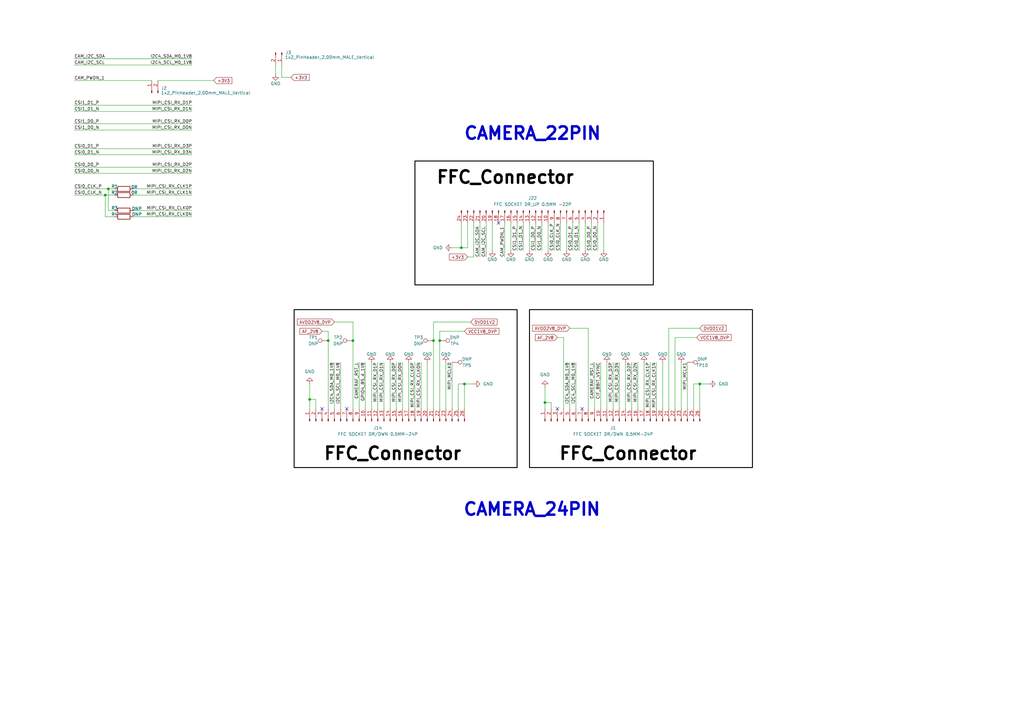
<source format=kicad_sch>
(kicad_sch (version 20250114) (generator "eeschema") (generator_version "9.0")
  (paper "A3")
  (lib_symbols
    (symbol "Conn_01x02_Pin_1" (pin_names (offset 1.016) (hide yes))
      (property "Reference" "J3" (at 0 1.524 90))
      (property "Value" "Barrel_Jack" (at 1.9049 1.27 90))
      (symbol "Conn_01x02_Pin_1_1_1"
        (rectangle (start 0.8636 0.127) (end 0 -0.127) (stroke (width 0.1524)) (fill (type outline)))
        (rectangle (start 0.8636 -2.413) (end 0 -2.667) (stroke (width 0.1524)) (fill (type outline)))
        (polyline (pts (xy 1.27 0) (xy 0.8636 0)) (stroke (width 0.1524)))
        (polyline (pts (xy 1.27 -2.54) (xy 0.8636 -2.54)) (stroke (width 0.1524)))
        (pin passive line (at 5.08 0 180) (length 3.81) (name "Pin_1") (number "1"))
        (pin passive line (at 5.08 -2.54 180) (length 3.81) (name "Pin_2") (number "2"))
      )
    )
    (symbol "Conn_01x30_Pin_4" (pin_names (offset 1.016) (hide yes))
      (property "Reference" "J14" (at -2.794 7.62 90))
      (property "Value" "Conn_01x30_Pin" (at -5.334 7.62 90))
      (symbol "Conn_01x30_Pin_4_1_1"
        (rectangle (start 0.8636 35.687) (end 0 35.433) (stroke (width 0.1524)) (fill (type outline)))
        (rectangle (start 0.8636 33.147) (end 0 32.893) (stroke (width 0.1524)) (fill (type outline)))
        (rectangle (start 0.8636 30.607) (end 0 30.353) (stroke (width 0.1524)) (fill (type outline)))
        (rectangle (start 0.8636 28.067) (end 0 27.813) (stroke (width 0.1524)) (fill (type outline)))
        (rectangle (start 0.8636 25.527) (end 0 25.273) (stroke (width 0.1524)) (fill (type outline)))
        (rectangle (start 0.8636 22.987) (end 0 22.733) (stroke (width 0.1524)) (fill (type outline)))
        (rectangle (start 0.8636 20.447) (end 0 20.193) (stroke (width 0.1524)) (fill (type outline)))
        (rectangle (start 0.8636 17.907) (end 0 17.653) (stroke (width 0.1524)) (fill (type outline)))
        (rectangle (start 0.8636 15.367) (end 0 15.113) (stroke (width 0.1524)) (fill (type outline)))
        (rectangle (start 0.8636 12.827) (end 0 12.573) (stroke (width 0.1524)) (fill (type outline)))
        (rectangle (start 0.8636 10.287) (end 0 10.033) (stroke (width 0.1524)) (fill (type outline)))
        (rectangle (start 0.8636 7.747) (end 0 7.493) (stroke (width 0.1524)) (fill (type outline)))
        (rectangle (start 0.8636 5.207) (end 0 4.953) (stroke (width 0.1524)) (fill (type outline)))
        (rectangle (start 0.8636 2.667) (end 0 2.413) (stroke (width 0.1524)) (fill (type outline)))
        (rectangle (start 0.8636 0.127) (end 0 -0.127) (stroke (width 0.1524)) (fill (type outline)))
        (rectangle (start 0.8636 -2.413) (end 0 -2.667) (stroke (width 0.1524)) (fill (type outline)))
        (rectangle (start 0.8636 -4.953) (end 0 -5.207) (stroke (width 0.1524)) (fill (type outline)))
        (rectangle (start 0.8636 -7.493) (end 0 -7.747) (stroke (width 0.1524)) (fill (type outline)))
        (rectangle (start 0.8636 -10.033) (end 0 -10.287) (stroke (width 0.1524)) (fill (type outline)))
        (rectangle (start 0.8636 -12.573) (end 0 -12.827) (stroke (width 0.1524)) (fill (type outline)))
        (rectangle (start 0.8636 -15.113) (end 0 -15.367) (stroke (width 0.1524)) (fill (type outline)))
        (rectangle (start 0.8636 -17.653) (end 0 -17.907) (stroke (width 0.1524)) (fill (type outline)))
        (rectangle (start 0.8636 -20.193) (end 0 -20.447) (stroke (width 0.1524)) (fill (type outline)))
        (rectangle (start 0.8636 -22.733) (end 0 -22.987) (stroke (width 0.1524)) (fill (type outline)))
        (rectangle (start 0.8636 -25.273) (end 0 -25.527) (stroke (width 0.1524)) (fill (type outline)))
        (rectangle (start 0.8636 -27.813) (end 0 -28.067) (stroke (width 0.1524)) (fill (type outline)))
        (polyline (pts (xy 1.27 35.56) (xy 0.8636 35.56)) (stroke (width 0.1524)))
        (polyline (pts (xy 1.27 33.02) (xy 0.8636 33.02)) (stroke (width 0.1524)))
        (polyline (pts (xy 1.27 30.48) (xy 0.8636 30.48)) (stroke (width 0.1524)))
        (polyline (pts (xy 1.27 27.94) (xy 0.8636 27.94)) (stroke (width 0.1524)))
        (polyline (pts (xy 1.27 25.4) (xy 0.8636 25.4)) (stroke (width 0.1524)))
        (polyline (pts (xy 1.27 22.86) (xy 0.8636 22.86)) (stroke (width 0.1524)))
        (polyline (pts (xy 1.27 20.32) (xy 0.8636 20.32)) (stroke (width 0.1524)))
        (polyline (pts (xy 1.27 17.78) (xy 0.8636 17.78)) (stroke (width 0.1524)))
        (polyline (pts (xy 1.27 15.24) (xy 0.8636 15.24)) (stroke (width 0.1524)))
        (polyline (pts (xy 1.27 12.7) (xy 0.8636 12.7)) (stroke (width 0.1524)))
        (polyline (pts (xy 1.27 10.16) (xy 0.8636 10.16)) (stroke (width 0.1524)))
        (polyline (pts (xy 1.27 7.62) (xy 0.8636 7.62)) (stroke (width 0.1524)))
        (polyline (pts (xy 1.27 5.08) (xy 0.8636 5.08)) (stroke (width 0.1524)))
        (polyline (pts (xy 1.27 2.54) (xy 0.8636 2.54)) (stroke (width 0.1524)))
        (polyline (pts (xy 1.27 0) (xy 0.8636 0)) (stroke (width 0.1524)))
        (polyline (pts (xy 1.27 -2.54) (xy 0.8636 -2.54)) (stroke (width 0.1524)))
        (polyline (pts (xy 1.27 -5.08) (xy 0.8636 -5.08)) (stroke (width 0.1524)))
        (polyline (pts (xy 1.27 -7.62) (xy 0.8636 -7.62)) (stroke (width 0.1524)))
        (polyline (pts (xy 1.27 -10.16) (xy 0.8636 -10.16)) (stroke (width 0.1524)))
        (polyline (pts (xy 1.27 -12.7) (xy 0.8636 -12.7)) (stroke (width 0.1524)))
        (polyline (pts (xy 1.27 -15.24) (xy 0.8636 -15.24)) (stroke (width 0.1524)))
        (polyline (pts (xy 1.27 -17.78) (xy 0.8636 -17.78)) (stroke (width 0.1524)))
        (polyline (pts (xy 1.27 -20.32) (xy 0.8636 -20.32)) (stroke (width 0.1524)))
        (polyline (pts (xy 1.27 -22.86) (xy 0.8636 -22.86)) (stroke (width 0.1524)))
        (polyline (pts (xy 1.27 -27.94) (xy 0.8636 -27.94)) (stroke (width 0.1524)))
        (pin passive line (at 5.08 35.56 180) (length 3.81) (name "Pin_1") (number "1"))
        (pin passive line (at 5.08 33.02 180) (length 3.81) (name "Pin_2") (number "2"))
        (pin passive line (at 5.08 30.48 180) (length 3.81) (name "Pin_3") (number "3"))
        (pin passive line (at 5.08 27.94 180) (length 3.81) (name "Pin_4") (number "4"))
        (pin passive line (at 5.08 25.4 180) (length 3.81) (name "Pin_5") (number "5"))
        (pin passive line (at 5.08 22.86 180) (length 3.81) (name "Pin_6") (number "6"))
        (pin passive line (at 5.08 20.32 180) (length 3.81) (name "Pin_7") (number "7"))
        (pin passive line (at 5.08 17.78 180) (length 3.81) (name "Pin_8") (number "8"))
        (pin passive line (at 5.08 15.24 180) (length 3.81) (name "Pin_9") (number "9"))
        (pin passive line (at 5.08 12.7 180) (length 3.81) (name "Pin_10") (number "10"))
        (pin passive line (at 5.08 10.16 180) (length 3.81) (name "Pin_11") (number "11"))
        (pin passive line (at 5.08 7.62 180) (length 3.81) (name "Pin_12") (number "12"))
        (pin passive line (at 5.08 5.08 180) (length 3.81) (name "Pin_13") (number "13"))
        (pin passive line (at 5.08 2.54 180) (length 3.81) (name "Pin_14") (number "14"))
        (pin passive line (at 5.08 0 180) (length 3.81) (name "Pin_15") (number "15"))
        (pin passive line (at 5.08 -2.54 180) (length 3.81) (name "Pin_16") (number "16"))
        (pin passive line (at 5.08 -5.08 180) (length 3.81) (name "Pin_17") (number "17"))
        (pin passive line (at 5.08 -7.62 180) (length 3.81) (name "Pin_18") (number "18"))
        (pin passive line (at 5.08 -10.16 180) (length 3.81) (name "Pin_19") (number "19"))
        (pin passive line (at 5.08 -12.7 180) (length 3.81) (name "Pin_20") (number "20"))
        (pin passive line (at 5.08 -15.24 180) (length 3.81) (name "Pin_21") (number "21"))
        (pin passive line (at 5.08 -17.78 180) (length 3.81) (name "Pin_22") (number "22"))
        (pin passive line (at 5.08 -20.32 180) (length 3.81) (name "Pin_23") (number "23"))
        (pin passive line (at 5.08 -22.86 180) (length 3.81) (name "Pin_24") (number "24"))
        (pin passive line (at 5.08 -25.4 180) (length 3.81) (name "Pin_23") (number "25"))
        (pin passive line (at 5.08 -27.94 180) (length 3.81) (name "Pin_24") (number "26"))
      )
    )
    (symbol "Conn_01x30_Pin_8" (pin_names (offset 1.016) (hide yes))
      (property "Reference" "J22" (at -2.54 -1.27 90))
      (property "Value" "FFC SOCKET DR/DWN 0.5MM-30P" (at -5.08 -1.27 90))
      (symbol "Conn_01x30_Pin_8_1_1"
        (rectangle (start 0.8636 35.687) (end 0 35.433) (stroke (width 0.1524)) (fill (type outline)))
        (rectangle (start 0.8636 33.147) (end 0 32.893) (stroke (width 0.1524)) (fill (type outline)))
        (rectangle (start 0.8636 30.607) (end 0 30.353) (stroke (width 0.1524)) (fill (type outline)))
        (rectangle (start 0.8636 28.067) (end 0 27.813) (stroke (width 0.1524)) (fill (type outline)))
        (rectangle (start 0.8636 25.527) (end 0 25.273) (stroke (width 0.1524)) (fill (type outline)))
        (rectangle (start 0.8636 22.987) (end 0 22.733) (stroke (width 0.1524)) (fill (type outline)))
        (rectangle (start 0.8636 20.447) (end 0 20.193) (stroke (width 0.1524)) (fill (type outline)))
        (rectangle (start 0.8636 17.907) (end 0 17.653) (stroke (width 0.1524)) (fill (type outline)))
        (rectangle (start 0.8636 15.367) (end 0 15.113) (stroke (width 0.1524)) (fill (type outline)))
        (rectangle (start 0.8636 12.827) (end 0 12.573) (stroke (width 0.1524)) (fill (type outline)))
        (rectangle (start 0.8636 10.287) (end 0 10.033) (stroke (width 0.1524)) (fill (type outline)))
        (rectangle (start 0.8636 7.747) (end 0 7.493) (stroke (width 0.1524)) (fill (type outline)))
        (rectangle (start 0.8636 5.207) (end 0 4.953) (stroke (width 0.1524)) (fill (type outline)))
        (rectangle (start 0.8636 2.667) (end 0 2.413) (stroke (width 0.1524)) (fill (type outline)))
        (rectangle (start 0.8636 0.127) (end 0 -0.127) (stroke (width 0.1524)) (fill (type outline)))
        (rectangle (start 0.8636 -2.413) (end 0 -2.667) (stroke (width 0.1524)) (fill (type outline)))
        (rectangle (start 0.8636 -4.953) (end 0 -5.207) (stroke (width 0.1524)) (fill (type outline)))
        (rectangle (start 0.8636 -7.493) (end 0 -7.747) (stroke (width 0.1524)) (fill (type outline)))
        (rectangle (start 0.8636 -10.033) (end 0 -10.287) (stroke (width 0.1524)) (fill (type outline)))
        (rectangle (start 0.8636 -12.573) (end 0 -12.827) (stroke (width 0.1524)) (fill (type outline)))
        (rectangle (start 0.8636 -15.113) (end 0 -15.367) (stroke (width 0.1524)) (fill (type outline)))
        (rectangle (start 0.8636 -17.653) (end 0 -17.907) (stroke (width 0.1524)) (fill (type outline)))
        (rectangle (start 0.8636 -20.193) (end 0 -20.447) (stroke (width 0.1524)) (fill (type outline)))
        (rectangle (start 0.8636 -22.733) (end 0 -22.987) (stroke (width 0.1524)) (fill (type outline)))
        (polyline (pts (xy 1.27 35.56) (xy 0.8636 35.56)) (stroke (width 0.1524)))
        (polyline (pts (xy 1.27 33.02) (xy 0.8636 33.02)) (stroke (width 0.1524)))
        (polyline (pts (xy 1.27 30.48) (xy 0.8636 30.48)) (stroke (width 0.1524)))
        (polyline (pts (xy 1.27 27.94) (xy 0.8636 27.94)) (stroke (width 0.1524)))
        (polyline (pts (xy 1.27 25.4) (xy 0.8636 25.4)) (stroke (width 0.1524)))
        (polyline (pts (xy 1.27 22.86) (xy 0.8636 22.86)) (stroke (width 0.1524)))
        (polyline (pts (xy 1.27 20.32) (xy 0.8636 20.32)) (stroke (width 0.1524)))
        (polyline (pts (xy 1.27 17.78) (xy 0.8636 17.78)) (stroke (width 0.1524)))
        (polyline (pts (xy 1.27 15.24) (xy 0.8636 15.24)) (stroke (width 0.1524)))
        (polyline (pts (xy 1.27 12.7) (xy 0.8636 12.7)) (stroke (width 0.1524)))
        (polyline (pts (xy 1.27 10.16) (xy 0.8636 10.16)) (stroke (width 0.1524)))
        (polyline (pts (xy 1.27 7.62) (xy 0.8636 7.62)) (stroke (width 0.1524)))
        (polyline (pts (xy 1.27 5.08) (xy 0.8636 5.08)) (stroke (width 0.1524)))
        (polyline (pts (xy 1.27 2.54) (xy 0.8636 2.54)) (stroke (width 0.1524)))
        (polyline (pts (xy 1.27 0) (xy 0.8636 0)) (stroke (width 0.1524)))
        (polyline (pts (xy 1.27 -2.54) (xy 0.8636 -2.54)) (stroke (width 0.1524)))
        (polyline (pts (xy 1.27 -5.08) (xy 0.8636 -5.08)) (stroke (width 0.1524)))
        (polyline (pts (xy 1.27 -7.62) (xy 0.8636 -7.62)) (stroke (width 0.1524)))
        (polyline (pts (xy 1.27 -10.16) (xy 0.8636 -10.16)) (stroke (width 0.1524)))
        (polyline (pts (xy 1.27 -12.7) (xy 0.8636 -12.7)) (stroke (width 0.1524)))
        (polyline (pts (xy 1.27 -15.24) (xy 0.8636 -15.24)) (stroke (width 0.1524)))
        (polyline (pts (xy 1.27 -17.78) (xy 0.8636 -17.78)) (stroke (width 0.1524)))
        (polyline (pts (xy 1.27 -20.32) (xy 0.8636 -20.32)) (stroke (width 0.1524)))
        (polyline (pts (xy 1.27 -22.86) (xy 0.8636 -22.86)) (stroke (width 0.1524)))
        (pin passive line (at 5.08 35.56 180) (length 3.81) (name "Pin_1") (number "1"))
        (pin passive line (at 5.08 33.02 180) (length 3.81) (name "Pin_2") (number "2"))
        (pin passive line (at 5.08 30.48 180) (length 3.81) (name "Pin_3") (number "3"))
        (pin passive line (at 5.08 27.94 180) (length 3.81) (name "Pin_4") (number "4"))
        (pin passive line (at 5.08 25.4 180) (length 3.81) (name "Pin_5") (number "5"))
        (pin passive line (at 5.08 22.86 180) (length 3.81) (name "Pin_6") (number "6"))
        (pin passive line (at 5.08 20.32 180) (length 3.81) (name "Pin_7") (number "7"))
        (pin passive line (at 5.08 17.78 180) (length 3.81) (name "Pin_8") (number "8"))
        (pin passive line (at 5.08 15.24 180) (length 3.81) (name "Pin_9") (number "9"))
        (pin passive line (at 5.08 12.7 180) (length 3.81) (name "Pin_10") (number "10"))
        (pin passive line (at 5.08 10.16 180) (length 3.81) (name "Pin_11") (number "11"))
        (pin passive line (at 5.08 7.62 180) (length 3.81) (name "Pin_12") (number "12"))
        (pin passive line (at 5.08 5.08 180) (length 3.81) (name "Pin_13") (number "13"))
        (pin passive line (at 5.08 2.54 180) (length 3.81) (name "Pin_14") (number "14"))
        (pin passive line (at 5.08 0 180) (length 3.81) (name "Pin_15") (number "15"))
        (pin passive line (at 5.08 -2.54 180) (length 3.81) (name "Pin_16") (number "16"))
        (pin passive line (at 5.08 -5.08 180) (length 3.81) (name "Pin_17") (number "17"))
        (pin passive line (at 5.08 -7.62 180) (length 3.81) (name "Pin_18") (number "18"))
        (pin passive line (at 5.08 -10.16 180) (length 3.81) (name "Pin_19") (number "19"))
        (pin passive line (at 5.08 -12.7 180) (length 3.81) (name "Pin_20") (number "20"))
        (pin passive line (at 5.08 -15.24 180) (length 3.81) (name "Pin_21") (number "21"))
        (pin passive line (at 5.08 -17.78 180) (length 3.81) (name "Pin_22") (number "22"))
        (pin passive line (at 5.08 -20.32 180) (length 3.81) (name "Pin_23") (number "23"))
        (pin passive line (at 5.08 -22.86 180) (length 3.81) (name "Pin_24") (number "24"))
      )
    )
    (symbol "Connector:Conn_01x02_Pin" (pin_names (offset 1.016) (hide yes))
      (property "Reference" "J" (at 0 2.54 0))
      (property "Value" "Conn_01x02_Pin" (at 0 -5.08 0))
      (symbol "Conn_01x02_Pin_1_1"
        (rectangle (start 0.8636 0.127) (end 0 -0.127) (stroke (width 0.1524)) (fill (type outline)))
        (rectangle (start 0.8636 -2.413) (end 0 -2.667) (stroke (width 0.1524)) (fill (type outline)))
        (polyline (pts (xy 1.27 0) (xy 0.8636 0)) (stroke (width 0.1524)))
        (polyline (pts (xy 1.27 -2.54) (xy 0.8636 -2.54)) (stroke (width 0.1524)))
        (pin passive line (at 5.08 0 180) (length 3.81) (name "Pin_1") (number "1"))
        (pin passive line (at 5.08 -2.54 180) (length 3.81) (name "Pin_2") (number "2"))
      )
    )
    (symbol "Connector:TestPoint" (pin_numbers (hide yes)) (pin_names (offset 0.762) (hide yes))
      (property "Reference" "TP" (at 0 6.858 0))
      (property "Value" "TestPoint" (at 0 5.08 0))
      (symbol "TestPoint_0_1"
        (circle (center 0 3.302) (radius 0.762))
      )
      (symbol "TestPoint_1_1"
        (pin passive line (at 0 0 90) (length 2.54) (name "1") (number "1"))
      )
    )
    (symbol "Device:R" (pin_numbers (hide yes)) (pin_names (offset 0))
      (property "Reference" "R" (at 2.032 0 90))
      (property "Value" "R" (at 0 0 90))
      (symbol "R_0_1"
        (rectangle (start -1.016 -2.54) (end 1.016 2.54) (stroke (width 0.254)))
      )
      (symbol "R_1_1"
        (pin passive line (at 0 3.81 270) (length 1.27) (name "~") (number "1"))
        (pin passive line (at 0 -3.81 90) (length 1.27) (name "~") (number "2"))
      )
    )
    (symbol "power:GND" (power) (pin_names (offset 0))
      (property "Value" "GND" (at 0 -3.81 0))
      (symbol "GND_0_1"
        (polyline (pts (xy 0 0) (xy 0 -1.27) (xy 1.27 -1.27) (xy 0 -2.54) (xy -1.27 -1.27) (xy 0 -1.27)))
      )
      (symbol "GND_1_1"
        (pin power_in line (at 0 0 270) (length 0) (hide yes) (name "GND") (number "1"))
      )
    )
  )
  (rectangle (start 170.18 66.04) (end 267.97 116.84) (stroke (width 0.381) (color 0 0 0 1)))
  (rectangle (start 120.65 127) (end 212.09 191.77) (stroke (width 0.381) (color 0 0 0 1)))
  (rectangle (start 217.17 127) (end 308.61 191.77) (stroke (width 0.381) (color 0 0 0 1)))
  (text "CAMERA_24PIN" (at 218.186 209.042 0) (effects (font (size 5.08 5.08) (bold yes))))
  (text "FFC_Connector" (at 207.264 72.898 0) (effects (font (size 5.08 5.08) (bold yes))))
  (text "FFC_Connector" (at 257.556 186.182 0) (effects (font (size 5.08 5.08) (bold yes))))
  (text "CAMERA_22PIN" (at 218.44 54.864 0) (effects (font (size 5.08 5.08) (bold yes))))
  (text "FFC_Connector" (at 161.036 186.182 0) (effects (font (size 5.08 5.08) (bold yes))))
  (junction (at 134.62 139.7))
  (junction (at 43.18 80.01))
  (junction (at 223.52 165.1))
  (junction (at 144.78 139.7))
  (junction (at 127 163.83))
  (junction (at 287.02 157.48))
  (junction (at 44.45 77.47))
  (junction (at 189.23 101.6))
  (junction (at 180.34 139.7))
  (junction (at 190.5 157.48))
  (junction (at 177.8 139.7))
  (no_connect (at 132.08 167.64))
  (no_connect (at 204.47 91.44))
  (no_connect (at 238.76 167.64))
  (no_connect (at 142.24 167.64))
  (no_connect (at 228.6 167.64))
  (wire (pts (xy 152.4 148.59) (xy 152.4 167.64)))
  (wire (pts (xy 248.92 148.59) (xy 248.92 167.64)))
  (wire (pts (xy 285.75 138.43) (xy 276.86 138.43)))
  (wire (pts (xy 245.11 102.87) (xy 245.11 91.44)))
  (wire (pts (xy 193.04 132.08) (xy 177.8 132.08)))
  (wire (pts (xy 207.01 105.41) (xy 207.01 91.44)))
  (wire (pts (xy 154.94 148.59) (xy 154.94 167.64)))
  (wire (pts (xy 217.17 102.87) (xy 217.17 91.44)))
  (wire (pts (xy 30.48 63.5) (xy 78.74 63.5)))
  (wire (pts (xy 177.8 132.08) (xy 177.8 139.7)))
  (wire (pts (xy 157.48 148.59) (xy 157.48 167.64)))
  (wire (pts (xy 232.41 102.87) (xy 232.41 91.44)))
  (wire (pts (xy 144.78 139.7) (xy 144.78 167.64)))
  (wire (pts (xy 113.03 26.67) (xy 113.03 30.48)))
  (wire (pts (xy 30.48 77.47) (xy 44.45 77.47)))
  (wire (pts (xy 30.48 60.96) (xy 78.74 60.96)))
  (wire (pts (xy 160.02 148.59) (xy 160.02 167.64)))
  (wire (pts (xy 44.45 77.47) (xy 44.45 86.36)))
  (wire (pts (xy 185.42 101.6) (xy 189.23 101.6)))
  (wire (pts (xy 229.87 102.87) (xy 229.87 91.44)))
  (wire (pts (xy 187.96 157.48) (xy 190.5 157.48)))
  (wire (pts (xy 240.03 102.87) (xy 240.03 91.44)))
  (wire (pts (xy 43.18 88.9) (xy 46.99 88.9)))
  (wire (pts (xy 30.48 43.18) (xy 78.74 43.18)))
  (wire (pts (xy 209.55 102.87) (xy 209.55 91.44)))
  (wire (pts (xy 237.49 102.87) (xy 237.49 91.44)))
  (wire (pts (xy 134.62 139.7) (xy 134.62 167.64)))
  (wire (pts (xy 167.64 148.59) (xy 167.64 167.64)))
  (wire (pts (xy 43.18 80.01) (xy 46.99 80.01)))
  (wire (pts (xy 234.95 102.87) (xy 234.95 91.44)))
  (wire (pts (xy 191.77 101.6) (xy 191.77 91.44)))
  (wire (pts (xy 30.48 24.13) (xy 78.74 24.13)))
  (wire (pts (xy 201.93 102.87) (xy 201.93 91.44)))
  (wire (pts (xy 231.14 138.43) (xy 231.14 167.64)))
  (wire (pts (xy 149.86 148.59) (xy 149.86 167.64)))
  (wire (pts (xy 119.38 31.75) (xy 115.57 31.75)))
  (wire (pts (xy 64.77 33.02) (xy 87.63 33.02)))
  (wire (pts (xy 243.84 148.59) (xy 243.84 167.64)))
  (wire (pts (xy 189.23 101.6) (xy 189.23 91.44)))
  (wire (pts (xy 144.78 132.08) (xy 144.78 139.7)))
  (wire (pts (xy 165.1 148.59) (xy 165.1 167.64)))
  (wire (pts (xy 182.88 148.59) (xy 182.88 167.64)))
  (wire (pts (xy 170.18 148.59) (xy 170.18 167.64)))
  (wire (pts (xy 254 148.59) (xy 254 167.64)))
  (wire (pts (xy 127 163.83) (xy 127 167.64)))
  (wire (pts (xy 175.26 148.59) (xy 175.26 167.64)))
  (wire (pts (xy 187.96 157.48) (xy 187.96 167.64)))
  (wire (pts (xy 214.63 102.87) (xy 214.63 91.44)))
  (wire (pts (xy 44.45 77.47) (xy 46.99 77.47)))
  (wire (pts (xy 78.74 50.8) (xy 30.48 50.8)))
  (wire (pts (xy 180.34 139.7) (xy 180.34 167.64)))
  (wire (pts (xy 287.02 134.62) (xy 274.32 134.62)))
  (wire (pts (xy 78.74 53.34) (xy 30.48 53.34)))
  (wire (pts (xy 132.08 135.89) (xy 134.62 135.89)))
  (wire (pts (xy 247.65 91.44) (xy 247.65 102.87)))
  (wire (pts (xy 139.7 148.59) (xy 139.7 167.64)))
  (wire (pts (xy 266.7 148.59) (xy 266.7 167.64)))
  (wire (pts (xy 199.39 105.41) (xy 199.39 91.44)))
  (wire (pts (xy 54.61 88.9) (xy 78.74 88.9)))
  (wire (pts (xy 127 157.48) (xy 127 163.83)))
  (wire (pts (xy 129.54 163.83) (xy 129.54 167.64)))
  (wire (pts (xy 194.31 105.41) (xy 194.31 91.44)))
  (wire (pts (xy 134.62 135.89) (xy 134.62 139.7)))
  (wire (pts (xy 241.3 134.62) (xy 241.3 167.64)))
  (wire (pts (xy 222.25 102.87) (xy 222.25 91.44)))
  (wire (pts (xy 190.5 157.48) (xy 190.5 167.64)))
  (wire (pts (xy 191.77 101.6) (xy 189.23 101.6)))
  (wire (pts (xy 264.16 148.59) (xy 264.16 167.64)))
  (wire (pts (xy 30.48 26.67) (xy 78.74 26.67)))
  (wire (pts (xy 242.57 102.87) (xy 242.57 91.44)))
  (wire (pts (xy 194.31 157.48) (xy 190.5 157.48)))
  (wire (pts (xy 261.62 148.59) (xy 261.62 167.64)))
  (wire (pts (xy 279.4 148.59) (xy 279.4 167.64)))
  (wire (pts (xy 54.61 80.01) (xy 78.74 80.01)))
  (wire (pts (xy 30.48 45.72) (xy 78.74 45.72)))
  (wire (pts (xy 290.83 157.48) (xy 287.02 157.48)))
  (wire (pts (xy 274.32 134.62) (xy 274.32 167.64)))
  (wire (pts (xy 281.94 148.59) (xy 281.94 167.64)))
  (wire (pts (xy 251.46 148.59) (xy 251.46 167.64)))
  (wire (pts (xy 223.52 165.1) (xy 223.52 167.64)))
  (wire (pts (xy 233.68 148.59) (xy 233.68 167.64)))
  (wire (pts (xy 190.5 135.89) (xy 180.34 135.89)))
  (wire (pts (xy 259.08 148.59) (xy 259.08 167.64)))
  (wire (pts (xy 162.56 148.59) (xy 162.56 167.64)))
  (wire (pts (xy 226.06 165.1) (xy 226.06 167.64)))
  (wire (pts (xy 196.85 105.41) (xy 196.85 91.44)))
  (wire (pts (xy 127 163.83) (xy 129.54 163.83)))
  (wire (pts (xy 115.57 31.75) (xy 115.57 26.67)))
  (wire (pts (xy 30.48 71.12) (xy 78.74 71.12)))
  (wire (pts (xy 185.42 148.59) (xy 185.42 167.64)))
  (wire (pts (xy 172.72 148.59) (xy 172.72 167.64)))
  (wire (pts (xy 224.79 102.87) (xy 224.79 91.44)))
  (wire (pts (xy 223.52 165.1) (xy 226.06 165.1)))
  (wire (pts (xy 256.54 148.59) (xy 256.54 167.64)))
  (wire (pts (xy 30.48 68.58) (xy 78.74 68.58)))
  (wire (pts (xy 191.77 105.41) (xy 194.31 105.41)))
  (wire (pts (xy 246.38 148.59) (xy 246.38 167.64)))
  (wire (pts (xy 269.24 148.59) (xy 269.24 167.64)))
  (wire (pts (xy 137.16 148.59) (xy 137.16 167.64)))
  (wire (pts (xy 287.02 157.48) (xy 287.02 167.64)))
  (wire (pts (xy 284.48 157.48) (xy 287.02 157.48)))
  (wire (pts (xy 30.48 80.01) (xy 43.18 80.01)))
  (wire (pts (xy 236.22 148.59) (xy 236.22 167.64)))
  (wire (pts (xy 212.09 102.87) (xy 212.09 91.44)))
  (wire (pts (xy 271.78 148.59) (xy 271.78 167.64)))
  (wire (pts (xy 177.8 139.7) (xy 177.8 167.64)))
  (wire (pts (xy 43.18 80.01) (xy 43.18 88.9)))
  (wire (pts (xy 223.52 158.75) (xy 223.52 165.1)))
  (wire (pts (xy 219.71 102.87) (xy 219.71 91.44)))
  (wire (pts (xy 284.48 157.48) (xy 284.48 167.64)))
  (wire (pts (xy 227.33 102.87) (xy 227.33 91.44)))
  (wire (pts (xy 233.68 134.62) (xy 241.3 134.62)))
  (wire (pts (xy 276.86 138.43) (xy 276.86 167.64)))
  (wire (pts (xy 44.45 86.36) (xy 46.99 86.36)))
  (wire (pts (xy 228.6 138.43) (xy 231.14 138.43)))
  (wire (pts (xy 137.16 132.08) (xy 144.78 132.08)))
  (wire (pts (xy 54.61 77.47) (xy 78.74 77.47)))
  (wire (pts (xy 147.32 148.59) (xy 147.32 167.64)))
  (wire (pts (xy 30.48 33.02) (xy 62.23 33.02)))
  (wire (pts (xy 54.61 86.36) (xy 78.74 86.36)))
  (wire (pts (xy 180.34 135.89) (xy 180.34 139.7)))
  (label "MIPI_CSI_RX_D2P" (at 259.08 148.59 270))
  (label "CAM_PWDN_1" (at 207.01 105.41 90))
  (label "MIPI_CSI_RX_CLK0P" (at 170.18 148.59 270))
  (label "CSI0_CLK_N" (at 229.87 102.87 90))
  (label "MIPI_CSI_RX_D0P" (at 162.56 148.59 270))
  (label "MIPI_MCLK1" (at 281.94 148.59 270))
  (label "MIPI_CSI_RX_CLK1P" (at 78.74 77.47 180))
  (label "CAM_I2C_SDA" (at 30.48 24.13 0))
  (label "MIPI_CSI_RX_D0N" (at 78.74 53.34 180))
  (label "CSI0_CLK_P" (at 227.33 102.87 90))
  (label "CAM_I2C_SCL" (at 30.48 26.67 0))
  (label "I2C4_SCL_M0_1V8" (at 139.7 148.59 270))
  (label "MIPI_CSI_RX_CLK1N" (at 269.24 148.59 270))
  (label "MIPI_CSI_RX_D1N" (at 157.48 148.59 270))
  (label "MIPI_CSI_RX_CLK1P" (at 266.7 148.59 270))
  (label "CSI1_D0_P" (at 30.48 50.8 0))
  (label "CSI1_D0_N" (at 222.25 102.87 90))
  (label "MIPI_CSI_RX_CLK0N" (at 78.74 88.9 180))
  (label "CSI1_D0_N" (at 30.48 53.34 0))
  (label "CAMERAF_RST_L" (at 243.84 148.59 270))
  (label "MIPI_CSI_RX_CLK1N" (at 78.74 80.01 180))
  (label "MIPI_CSI_RX_D1N" (at 78.74 45.72 180))
  (label "CSI1_D1_P" (at 212.09 102.87 90))
  (label "CSI0_D0_N" (at 245.11 102.87 90))
  (label "CSI0_D1_N" (at 237.49 102.87 90))
  (label "CSI0_D0_P" (at 30.48 68.58 0))
  (label "CAM_I2C_SDA" (at 196.85 105.41 90))
  (label "MIPI_MCLK0" (at 185.42 148.59 270))
  (label "I2C4_SCL_M0_1V8" (at 236.22 148.59 270))
  (label "MIPI_CSI_RX_D2N" (at 78.74 71.12 180))
  (label "CSI0_D1_P" (at 234.95 102.87 90))
  (label "MIPI_CSI_RX_D2N" (at 261.62 148.59 270))
  (label "MIPI_CSI_RX_D3N" (at 254 148.59 270))
  (label "CSI0_D1_P" (at 30.48 60.96 0))
  (label "CAM_I2C_SCL" (at 199.39 105.41 90))
  (label "CSI0_D0_P" (at 242.57 102.87 90))
  (label "MIPI_CSI_RX_D1P" (at 154.94 148.59 270))
  (label "CSI0_CLK_P" (at 30.48 77.47 0))
  (label "I2C4_SDA_M0_1V8" (at 78.74 24.13 180))
  (label "GPIO4_B5_d_1V8" (at 149.86 148.59 270))
  (label "MIPI_CSI_RX_D1P" (at 78.74 43.18 180))
  (label "MIPI_CSI_RX_CLK0N" (at 172.72 148.59 270))
  (label "CSI1_D1_N" (at 30.48 45.72 0))
  (label "CSI0_D1_N" (at 30.48 63.5 0))
  (label "CIF_8BIT_VSYNC" (at 246.38 148.59 270))
  (label "CSI0_D0_N" (at 30.48 71.12 0))
  (label "CSI1_D0_P" (at 219.71 102.87 90))
  (label "CAMERAF_RST_L" (at 147.32 148.59 270))
  (label "MIPI_CSI_RX_CLK0P" (at 78.74 86.36 180))
  (label "CAM_PWDN_1" (at 30.48 33.02 0))
  (label "MIPI_CSI_RX_D3P" (at 78.74 60.96 180))
  (label "I2C4_SDA_M0_1V8" (at 233.68 148.59 270))
  (label "MIPI_CSI_RX_D3P" (at 251.46 148.59 270))
  (label "I2C4_SCL_M0_1V8" (at 78.74 26.67 180))
  (label "CSI1_D1_P" (at 30.48 43.18 0))
  (label "CSI1_D1_N" (at 214.63 102.87 90))
  (label "I2C4_SDA_M0_1V8" (at 137.16 148.59 270))
  (label "MIPI_CSI_RX_D2P" (at 78.74 68.58 180))
  (label "MIPI_CSI_RX_D0P" (at 78.74 50.8 180))
  (label "MIPI_CSI_RX_D0N" (at 165.1 148.59 270))
  (label "MIPI_CSI_RX_D3N" (at 78.74 63.5 180))
  (label "CSI0_CLK_N" (at 30.48 80.01 0))
  (global_label "AVDD2V8_DVP" (shape input) (at 233.68 134.62 180) (property "Intersheetrefs" "${INTERSHEET_REFS}" (effects (hide yes))))
  (global_label "DVDD1V2" (shape input) (at 287.02 134.62 0) (property "Intersheetrefs" "${INTERSHEET_REFS}" (effects (hide yes))))
  (global_label "+3V3" (shape input) (at 191.77 105.41 180) (property "Intersheetrefs" "${INTERSHEET_REFS}" (effects (hide yes))))
  (global_label "VCC1V8_DVP" (shape input) (at 285.75 138.43 0) (property "Intersheetrefs" "${INTERSHEET_REFS}" (effects (hide yes))))
  (global_label "VCC1V8_DVP" (shape input) (at 190.5 135.89 0) (property "Intersheetrefs" "${INTERSHEET_REFS}" (effects (hide yes))))
  (global_label "+3V3" (shape input) (at 87.63 33.02 0) (property "Intersheetrefs" "${INTERSHEET_REFS}" (effects (hide yes))))
  (global_label "AF_2V8" (shape input) (at 228.6 138.43 180) (property "Intersheetrefs" "${INTERSHEET_REFS}" (effects (hide yes))))
  (global_label "AVDD2V8_DVP" (shape input) (at 137.16 132.08 180) (property "Intersheetrefs" "${INTERSHEET_REFS}" (effects (hide yes))))
  (global_label "+3V3" (shape input) (at 119.38 31.75 0) (property "Intersheetrefs" "${INTERSHEET_REFS}" (effects (hide yes))))
  (global_label "AF_2V8" (shape input) (at 132.08 135.89 180) (property "Intersheetrefs" "${INTERSHEET_REFS}" (effects (hide yes))))
  (global_label "DVDD1V2" (shape input) (at 193.04 132.08 0) (property "Intersheetrefs" "${INTERSHEET_REFS}" (effects (hide yes))))
  (symbol (lib_name "Conn_01x30_Pin_4") (lib_id "Connector:Conn_01x30_Pin") (at 162.56 172.72 90) (unit 1)
    (property "Reference" "J14" (at 154.94 175.514 90))
    (property "Value" "FFC SOCKET DR/DWN 0.5MM-24P" (at 154.94 178.054 90))
    (property "Footprint" "Footprint Library:FFC SOCKET DRDWN 0.5MM-24P" (effects (hide yes)))
    (property "Description" "Generic connector, single row, 01x30, script generated" (effects (hide yes)))
  )
  (symbol (lib_id "Device:R") (at 50.8 86.36 90) (unit 1)
    (property "Reference" "R3" (at 46.99 85.344 90))
    (property "Value" "DNP" (at 56.134 85.598 90))
    (property "Footprint" "Resistor_SMD:R_0603_1608Metric" (effects (hide yes)))
    (property "Description" "Resistor" (effects (hide yes)))
  )
  (symbol (lib_id "power:GND") (at 223.52 158.75 180) (unit 1)
    (property "Reference" "#PWR09" (effects (hide yes)))
    (property "Value" "GND" (at 223.52 153.67 0))
    (property "Description" "Power symbol creates a global label with name \"GND\" , ground" (effects (hide yes)))
  )
  (symbol (lib_id "power:GND") (at 201.93 102.87 0) (unit 1)
    (property "Reference" "#PWR08" (effects (hide yes)))
    (property "Value" "GND" (at 201.93 106.426 0))
    (property "Description" "Power symbol creates a global label with name \"GND\" , ground" (effects (hide yes)))
  )
  (symbol (lib_id "power:GND") (at 167.64 148.59 180) (unit 1)
    (property "Reference" "#PWR013" (effects (hide yes)))
    (property "Value" "GND" (at 167.64 145.288 0))
    (property "Description" "Power symbol creates a global label with name \"GND\" , ground" (effects (hide yes)))
  )
  (symbol (lib_id "power:GND") (at 256.54 148.59 180) (unit 1)
    (property "Reference" "#PWR017" (effects (hide yes)))
    (property "Value" "GND" (at 256.54 145.288 0))
    (property "Description" "Power symbol creates a global label with name \"GND\" , ground" (effects (hide yes)))
  )
  (symbol (lib_id "power:GND") (at 232.41 102.87 0) (unit 1)
    (property "Reference" "#PWR04" (effects (hide yes)))
    (property "Value" "GND" (at 232.41 106.426 0))
    (property "Description" "Power symbol creates a global label with name \"GND\" , ground" (effects (hide yes)))
  )
  (symbol (lib_id "power:GND") (at 264.16 148.59 180) (unit 1)
    (property "Reference" "#PWR019" (effects (hide yes)))
    (property "Value" "GND" (at 264.16 145.288 0))
    (property "Description" "Power symbol creates a global label with name \"GND\" , ground" (effects (hide yes)))
  )
  (symbol (lib_id "power:GND") (at 240.03 102.87 0) (unit 1)
    (property "Reference" "#PWR02" (effects (hide yes)))
    (property "Value" "GND" (at 240.03 106.426 0))
    (property "Description" "Power symbol creates a global label with name \"GND\" , ground" (effects (hide yes)))
  )
  (symbol (lib_id "power:GND") (at 160.02 148.59 180) (unit 1)
    (property "Reference" "#PWR012" (effects (hide yes)))
    (property "Value" "GND" (at 160.02 145.288 0))
    (property "Description" "Power symbol creates a global label with name \"GND\" , ground" (effects (hide yes)))
  )
  (symbol (lib_id "power:GND") (at 279.4 148.59 180) (unit 1)
    (property "Reference" "#PWR021" (effects (hide yes)))
    (property "Value" "GND" (at 279.4 145.288 0))
    (property "Description" "Power symbol creates a global label with name \"GND\" , ground" (effects (hide yes)))
  )
  (symbol (lib_id "power:GND") (at 209.55 102.87 0) (unit 1)
    (property "Reference" "#PWR07" (effects (hide yes)))
    (property "Value" "GND" (at 209.55 106.426 0))
    (property "Description" "Power symbol creates a global label with name \"GND\" , ground" (effects (hide yes)))
  )
  (symbol (lib_id "power:GND") (at 194.31 157.48 90) (unit 1)
    (property "Reference" "#PWR03" (effects (hide yes)))
    (property "Value" "GND" (at 198.12 157.4799 90) (effects (justify right)))
    (property "Description" "Power symbol creates a global label with name \"GND\" , ground" (effects (hide yes)))
  )
  (symbol (lib_id "Device:R") (at 50.8 80.01 90) (unit 1)
    (property "Reference" "R2" (at 46.99 78.994 90))
    (property "Value" "0R" (at 55.118 78.994 90))
    (property "Footprint" "Resistor_SMD:R_0603_1608Metric" (effects (hide yes)))
    (property "Description" "Resistor" (effects (hide yes)))
  )
  (symbol (lib_id "power:GND") (at 113.03 30.48 0) (unit 1)
    (property "Reference" "#PWR023" (effects (hide yes)))
    (property "Value" "GND" (at 113.03 34.29 0))
    (property "Description" "Power symbol creates a global label with name \"GND\" , ground" (effects (hide yes)))
  )
  (symbol (lib_name "Conn_01x30_Pin_8") (lib_id "Connector:Conn_01x30_Pin") (at 212.09 86.36 270) (unit 1)
    (property "Reference" "J22" (at 218.44 81.28 90))
    (property "Value" "FFC SOCKET DR_UP 0.5MM -22P" (at 218.44 83.82 90))
    (property "Footprint" "Footprint Library:FFC SOCKET DR_DWN 0.5MM -22P" (effects (hide yes)))
    (property "Description" "Generic connector, single row, 01x30, script generated" (effects (hide yes)))
  )
  (symbol (lib_id "power:GND") (at 185.42 101.6 270) (unit 1)
    (property "Reference" "#PWR018" (effects (hide yes)))
    (property "Value" "GND" (at 181.61 101.6001 90) (effects (justify right)))
    (property "Description" "Power symbol creates a global label with name \"GND\" , ground" (effects (hide yes)))
  )
  (symbol (lib_id "power:GND") (at 182.88 148.59 180) (unit 1)
    (property "Reference" "#PWR015" (effects (hide yes)))
    (property "Value" "GND" (at 182.88 145.288 0))
    (property "Description" "Power symbol creates a global label with name \"GND\" , ground" (effects (hide yes)))
  )
  (symbol (lib_id "Connector:TestPoint") (at 180.34 139.7 270) (unit 1)
    (property "Reference" "TP4" (at 186.436 140.97 90))
    (property "Value" "DNP" (at 186.436 138.43 90))
    (property "Footprint" "Footprint Library:Test_Point" (effects (hide yes)))
    (property "Description" "test point" (effects (hide yes)))
  )
  (symbol (lib_id "power:GND") (at 152.4 148.59 180) (unit 1)
    (property "Reference" "#PWR011" (effects (hide yes)))
    (property "Value" "GND" (at 152.4 145.288 0))
    (property "Description" "Power symbol creates a global label with name \"GND\" , ground" (effects (hide yes)))
  )
  (symbol (lib_id "power:GND") (at 290.83 157.48 90) (unit 1)
    (property "Reference" "#PWR022" (effects (hide yes)))
    (property "Value" "GND" (at 294.64 157.4799 90) (effects (justify right)))
    (property "Description" "Power symbol creates a global label with name \"GND\" , ground" (effects (hide yes)))
  )
  (symbol (lib_id "power:GND") (at 175.26 148.59 180) (unit 1)
    (property "Reference" "#PWR014" (effects (hide yes)))
    (property "Value" "GND" (at 175.26 145.288 0))
    (property "Description" "Power symbol creates a global label with name \"GND\" , ground" (effects (hide yes)))
  )
  (symbol (lib_id "Device:R") (at 50.8 88.9 90) (unit 1)
    (property "Reference" "R4" (at 46.99 87.884 90))
    (property "Value" "DNP" (at 56.134 87.884 90))
    (property "Footprint" "Resistor_SMD:R_0603_1608Metric" (effects (hide yes)))
    (property "Description" "Resistor" (effects (hide yes)))
  )
  (symbol (lib_name "Conn_01x30_Pin_4") (lib_id "Connector:Conn_01x30_Pin") (at 259.08 172.72 90) (unit 1)
    (property "Reference" "J1" (at 251.46 175.514 90))
    (property "Value" "FFC SOCKET DR/DWN 0.5MM-24P" (at 251.46 178.054 90))
    (property "Footprint" "Footprint Library:FFC SOCKET DRDWN 0.5MM-24P" (effects (hide yes)))
    (property "Description" "Generic connector, single row, 01x30, script generated" (effects (hide yes)))
  )
  (symbol (lib_id "Connector:TestPoint") (at 177.8 139.7 90) (unit 1)
    (property "Reference" "TP3" (at 171.704 138.43 90))
    (property "Value" "DNP" (at 171.704 140.97 90))
    (property "Footprint" "Footprint Library:Test_Point" (effects (hide yes)))
    (property "Description" "test point" (effects (hide yes)))
  )
  (symbol (lib_id "Connector:TestPoint") (at 134.62 139.7 90) (unit 1)
    (property "Reference" "TP1" (at 128.524 138.43 90))
    (property "Value" "DNP" (at 128.524 140.97 90))
    (property "Footprint" "Footprint Library:Test_Point" (effects (hide yes)))
    (property "Description" "test point" (effects (hide yes)))
  )
  (symbol (lib_id "power:GND") (at 247.65 102.87 0) (unit 1)
    (property "Reference" "#PWR01" (effects (hide yes)))
    (property "Value" "GND" (at 247.65 106.426 0))
    (property "Description" "Power symbol creates a global label with name \"GND\" , ground" (effects (hide yes)))
  )
  (symbol (lib_id "Device:R") (at 50.8 77.47 90) (unit 1)
    (property "Reference" "R1" (at 46.99 76.454 90))
    (property "Value" "0R" (at 55.118 76.708 90))
    (property "Footprint" "Resistor_SMD:R_0603_1608Metric" (effects (hide yes)))
    (property "Description" "Resistor" (effects (hide yes)))
  )
  (symbol (lib_id "power:GND") (at 224.79 102.87 0) (unit 1)
    (property "Reference" "#PWR05" (effects (hide yes)))
    (property "Value" "GND" (at 224.79 106.426 0))
    (property "Description" "Power symbol creates a global label with name \"GND\" , ground" (effects (hide yes)))
  )
  (symbol (lib_id "power:GND") (at 127 157.48 180) (unit 1)
    (property "Reference" "#PWR010" (effects (hide yes)))
    (property "Value" "GND" (at 127 152.4 0))
    (property "Description" "Power symbol creates a global label with name \"GND\" , ground" (effects (hide yes)))
  )
  (symbol (lib_id "power:GND") (at 248.92 148.59 180) (unit 1)
    (property "Reference" "#PWR016" (effects (hide yes)))
    (property "Value" "GND" (at 248.92 145.288 0))
    (property "Description" "Power symbol creates a global label with name \"GND\" , ground" (effects (hide yes)))
  )
  (symbol (lib_name "Conn_01x02_Pin_1") (lib_id "Connector:Conn_01x02_Pin") (at 115.57 21.59 270) (unit 1)
    (property "Reference" "J3" (at 117.094 21.59 90) (effects (justify left)))
    (property "Value" "1x2_PinHeader_2.00mm_MALE_Vertical" (at 116.84 23.4949 90) (effects (justify left)))
    (property "Footprint" "Connector_PinHeader_2.00mm:PinHeader_1x02_P2.00mm_Vertical" (effects (hide yes)))
    (property "Description" "Generic connector, single row, 01x02, script generated" (effects (hide yes)))
  )
  (symbol (lib_id "Connector:TestPoint") (at 281.94 148.59 270) (unit 1)
    (property "Reference" "TP10" (at 288.036 149.86 90))
    (property "Value" "DNP" (at 288.036 147.32 90))
    (property "Footprint" "Footprint Library:Test_Point" (effects (hide yes)))
    (property "Description" "test point" (effects (hide yes)))
  )
  (symbol (lib_id "Connector:Conn_01x02_Pin") (at 62.23 38.1 90) (unit 1)
    (property "Reference" "J2" (at 66.04 36.1949 90) (effects (justify right)))
    (property "Value" "1x2_PinHeader_2.00mm_MALE_Vertical" (at 66.04 38.1 90) (effects (justify right)))
    (property "Footprint" "Connector_PinHeader_2.00mm:PinHeader_1x02_P2.00mm_Vertical" (effects (hide yes)))
    (property "Description" "Generic connector, single row, 01x02, script generated" (effects (hide yes)))
  )
  (symbol (lib_id "Connector:TestPoint") (at 144.78 139.7 90) (unit 1)
    (property "Reference" "TP2" (at 138.684 138.43 90))
    (property "Value" "DNP" (at 138.684 140.97 90))
    (property "Footprint" "Footprint Library:Test_Point" (effects (hide yes)))
    (property "Description" "test point" (effects (hide yes)))
  )
  (symbol (lib_id "power:GND") (at 217.17 102.87 0) (unit 1)
    (property "Reference" "#PWR06" (effects (hide yes)))
    (property "Value" "GND" (at 217.17 106.426 0))
    (property "Description" "Power symbol creates a global label with name \"GND\" , ground" (effects (hide yes)))
  )
  (symbol (lib_id "power:GND") (at 271.78 148.59 180) (unit 1)
    (property "Reference" "#PWR020" (effects (hide yes)))
    (property "Value" "GND" (at 271.78 145.288 0))
    (property "Description" "Power symbol creates a global label with name \"GND\" , ground" (effects (hide yes)))
  )
  (symbol (lib_id "Connector:TestPoint") (at 185.42 148.59 270) (unit 1)
    (property "Reference" "TP5" (at 191.516 149.86 90))
    (property "Value" "DNP" (at 191.516 147.32 90))
    (property "Footprint" "Footprint Library:Test_Point" (effects (hide yes)))
    (property "Description" "test point" (effects (hide yes)))
  )
)
</source>
